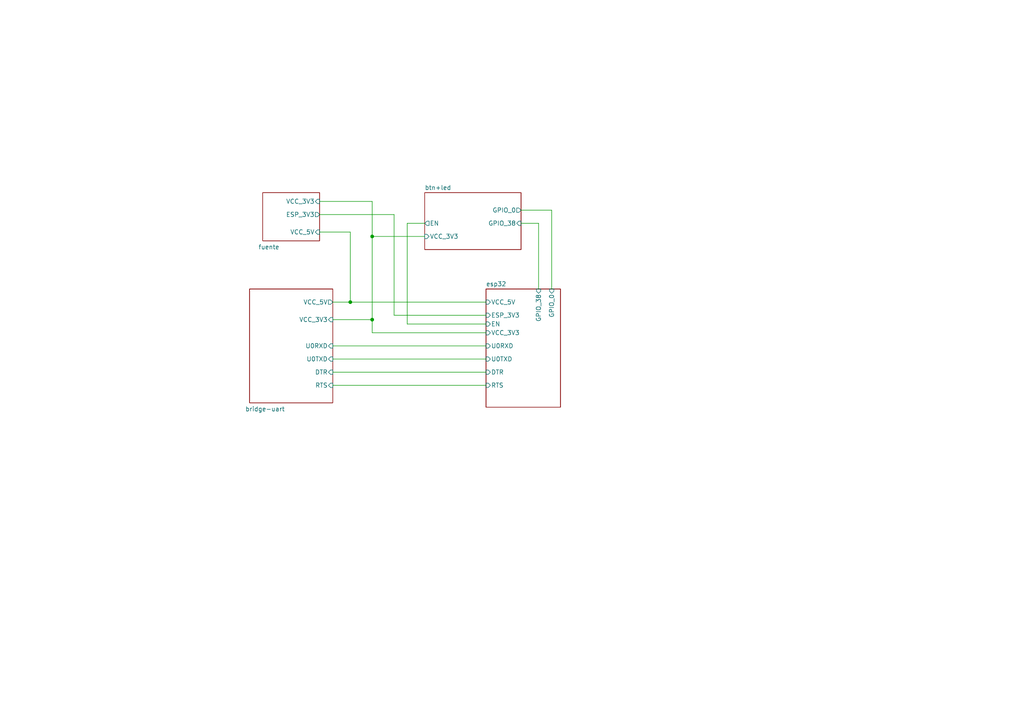
<source format=kicad_sch>
(kicad_sch (version 20230121) (generator eeschema)
  (paper "A4")
  (lib_symbols)
  (junction (at 101.6 87.63))
  (junction (at 107.95 68.58))
  (junction (at 107.95 92.71))
  (wire (pts (xy 151.13 64.77) (xy 156.21 64.77)))
  (wire (pts (xy 107.95 96.52) (xy 107.95 92.71)))
  (wire (pts (xy 101.6 87.63) (xy 96.52 87.63)))
  (wire (pts (xy 123.19 68.58) (xy 107.95 68.58)))
  (wire (pts (xy 96.52 107.95) (xy 140.97 107.95)))
  (wire (pts (xy 107.95 68.58) (xy 107.95 92.71)))
  (wire (pts (xy 151.13 60.96) (xy 160.02 60.96)))
  (wire (pts (xy 92.71 58.42) (xy 107.95 58.42)))
  (wire (pts (xy 114.3 62.23) (xy 114.3 91.44)))
  (wire (pts (xy 156.21 64.77) (xy 156.21 83.82)))
  (wire (pts (xy 160.02 60.96) (xy 160.02 83.82)))
  (wire (pts (xy 101.6 87.63) (xy 140.97 87.63)))
  (wire (pts (xy 140.97 96.52) (xy 107.95 96.52)))
  (wire (pts (xy 118.11 93.98) (xy 140.97 93.98)))
  (wire (pts (xy 101.6 67.31) (xy 101.6 87.63)))
  (wire (pts (xy 107.95 92.71) (xy 96.52 92.71)))
  (wire (pts (xy 118.11 64.77) (xy 118.11 93.98)))
  (wire (pts (xy 114.3 91.44) (xy 140.97 91.44)))
  (wire (pts (xy 96.52 111.76) (xy 140.97 111.76)))
  (wire (pts (xy 92.71 62.23) (xy 114.3 62.23)))
  (wire (pts (xy 96.52 104.14) (xy 140.97 104.14)))
  (wire (pts (xy 107.95 58.42) (xy 107.95 68.58)))
  (wire (pts (xy 96.52 100.33) (xy 140.97 100.33)))
  (wire (pts (xy 92.71 67.31) (xy 101.6 67.31)))
  (wire (pts (xy 123.19 64.77) (xy 118.11 64.77)))
  (sheet (at 140.97 83.82) (size 21.59 34.29) (stroke (width 0.1524))
    (property "Sheetname" "esp32" (at 140.97 83.1084 0) (effects (justify left bottom)))
    (property "Sheetfile" "esp32.kicad_sch" (effects hide))
    (pin "RTS" input (at 140.97 111.76 180))
    (pin "DTR" input (at 140.97 107.95 180))
    (pin "U0TXD" input (at 140.97 104.14 180))
    (pin "U0RXD" input (at 140.97 100.33 180))
    (pin "GPIO_38" input (at 156.21 83.82 90))
    (pin "GPIO_0" input (at 160.02 83.82 90))
    (pin "VCC_5V" input (at 140.97 87.63 180))
    (pin "EN" input (at 140.97 93.98 180))
    (pin "VCC_3V3" input (at 140.97 96.52 180))
    (pin "ESP_3V3" input (at 140.97 91.44 180))
  )
  (sheet (at 123.19 55.88) (size 27.94 16.51) (stroke (width 0.1524))
    (property "Sheetname" "btn+led" (at 123.19 55.1684 0) (effects (justify left bottom)))
    (property "Sheetfile" "btn+led.kicad_sch" (effects hide))
    (pin "VCC_3V3" input (at 123.19 68.58 180))
    (pin "GPIO_0" output (at 151.13 60.96 0))
    (pin "GPIO_38" input (at 151.13 64.77 0))
    (pin "EN" output (at 123.19 64.77 180))
  )
  (sheet (at 76.2 55.88) (size 16.51 13.97) (stroke (width 0.1524))
    (property "Sheetname" "fuente" (at 74.93 72.39 0) (effects (justify left bottom)))
    (property "Sheetfile" "fuente.kicad_sch" (effects hide))
    (pin "VCC_5V" input (at 92.71 67.31 0))
    (pin "VCC_3V3" input (at 92.71 58.42 0))
    (pin "ESP_3V3" output (at 92.71 62.23 0))
  )
  (sheet (at 72.39 83.82) (size 24.13 33.02) (stroke (width 0.1524))
    (property "Sheetname" "bridge-uart" (at 71.12 119.38 0) (effects (justify left bottom)))
    (property "Sheetfile" "bridge-uart.kicad_sch" (effects hide))
    (pin "VCC_5V" output (at 96.52 87.63 0))
    (pin "DTR" input (at 96.52 107.95 0))
    (pin "RTS" input (at 96.52 111.76 0))
    (pin "U0RXD" input (at 96.52 100.33 0))
    (pin "U0TXD" input (at 96.52 104.14 0))
    (pin "VCC_3V3" input (at 96.52 92.71 0))
  )
)
</source>
